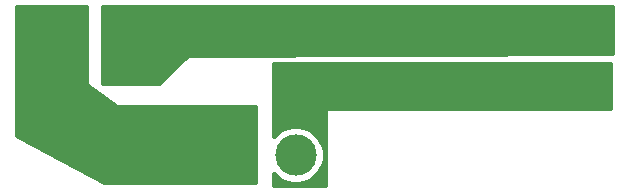
<source format=gbr>
%TF.GenerationSoftware,KiCad,Pcbnew,(5.1.6)-1*%
%TF.CreationDate,2021-12-15T21:29:54+00:00*%
%TF.ProjectId,elegoo_mars_heater,656c6567-6f6f-45f6-9d61-72735f686561,rev?*%
%TF.SameCoordinates,Original*%
%TF.FileFunction,Copper,L1,Top*%
%TF.FilePolarity,Positive*%
%FSLAX46Y46*%
G04 Gerber Fmt 4.6, Leading zero omitted, Abs format (unit mm)*
G04 Created by KiCad (PCBNEW (5.1.6)-1) date 2021-12-15 21:29:54*
%MOMM*%
%LPD*%
G01*
G04 APERTURE LIST*
%TA.AperFunction,ComponentPad*%
%ADD10C,3.500120*%
%TD*%
%TA.AperFunction,ComponentPad*%
%ADD11C,4.800000*%
%TD*%
%TA.AperFunction,ComponentPad*%
%ADD12R,4.800000X4.800000*%
%TD*%
%TA.AperFunction,ComponentPad*%
%ADD13C,1.650000*%
%TD*%
%TA.AperFunction,ComponentPad*%
%ADD14R,1.650000X1.650000*%
%TD*%
%TA.AperFunction,Conductor*%
%ADD15C,0.250000*%
%TD*%
%TA.AperFunction,Conductor*%
%ADD16C,0.254000*%
%TD*%
G04 APERTURE END LIST*
D10*
%TO.P,SW1,1*%
%TO.N,Net-(J1-Pad2)*%
X35420000Y-32000000D03*
X40500000Y-32000000D03*
%TD*%
D11*
%TO.P,J1,2*%
%TO.N,Net-(J1-Pad2)*%
X20400000Y-23588000D03*
D12*
%TO.P,J1,1*%
%TO.N,+12V*%
X26500000Y-23588000D03*
D11*
%TO.P,J1,3*%
%TO.N,Net-(J1-Pad2)*%
X22690000Y-28668000D03*
%TD*%
D13*
%TO.P,J2,20*%
%TO.N,+12V*%
X65740000Y-22588000D03*
%TO.P,J2,19*%
%TO.N,Net-(J2-Pad1)*%
X65740000Y-25128000D03*
%TO.P,J2,18*%
%TO.N,+12V*%
X63200000Y-22588000D03*
%TO.P,J2,17*%
%TO.N,Net-(J2-Pad1)*%
X63200000Y-25128000D03*
%TO.P,J2,16*%
%TO.N,+12V*%
X60660000Y-22588000D03*
%TO.P,J2,15*%
%TO.N,Net-(J2-Pad1)*%
X60660000Y-25128000D03*
%TO.P,J2,14*%
%TO.N,+12V*%
X58120000Y-22588000D03*
%TO.P,J2,13*%
%TO.N,Net-(J2-Pad1)*%
X58120000Y-25128000D03*
%TO.P,J2,12*%
%TO.N,+12V*%
X55580000Y-22588000D03*
%TO.P,J2,11*%
%TO.N,Net-(J2-Pad1)*%
X55580000Y-25128000D03*
%TO.P,J2,10*%
%TO.N,+12V*%
X53040000Y-22588000D03*
%TO.P,J2,9*%
%TO.N,Net-(J2-Pad1)*%
X53040000Y-25128000D03*
%TO.P,J2,8*%
%TO.N,+12V*%
X50500000Y-22588000D03*
%TO.P,J2,7*%
%TO.N,Net-(J2-Pad1)*%
X50500000Y-25128000D03*
%TO.P,J2,6*%
%TO.N,+12V*%
X47960000Y-22588000D03*
%TO.P,J2,5*%
%TO.N,Net-(J2-Pad1)*%
X47960000Y-25128000D03*
%TO.P,J2,4*%
%TO.N,+12V*%
X45420000Y-22588000D03*
%TO.P,J2,3*%
%TO.N,Net-(J2-Pad1)*%
X45420000Y-25128000D03*
%TO.P,J2,2*%
%TO.N,+12V*%
X42880000Y-22588000D03*
D14*
%TO.P,J2,1*%
%TO.N,Net-(J2-Pad1)*%
X42880000Y-25128000D03*
%TD*%
D15*
%TO.N,+12V*%
X26500000Y-22588000D02*
X27000000Y-23088000D01*
X26500000Y-23588000D02*
X26500000Y-22588000D01*
%TD*%
D16*
%TO.N,Net-(J1-Pad2)*%
G36*
X22873000Y-26000000D02*
G01*
X22875440Y-26024776D01*
X22882667Y-26048601D01*
X22894403Y-26070557D01*
X22910197Y-26089803D01*
X22927170Y-26104042D01*
X25427170Y-27854042D01*
X25448867Y-27866252D01*
X25472529Y-27873993D01*
X25500000Y-27877000D01*
X37123000Y-27877000D01*
X37123000Y-34373000D01*
X24281751Y-34373000D01*
X16877000Y-30423800D01*
X16877000Y-19377000D01*
X22873000Y-19377000D01*
X22873000Y-26000000D01*
G37*
X22873000Y-26000000D02*
X22875440Y-26024776D01*
X22882667Y-26048601D01*
X22894403Y-26070557D01*
X22910197Y-26089803D01*
X22927170Y-26104042D01*
X25427170Y-27854042D01*
X25448867Y-27866252D01*
X25472529Y-27873993D01*
X25500000Y-27877000D01*
X37123000Y-27877000D01*
X37123000Y-34373000D01*
X24281751Y-34373000D01*
X16877000Y-30423800D01*
X16877000Y-19377000D01*
X22873000Y-19377000D01*
X22873000Y-26000000D01*
%TO.N,Net-(J2-Pad1)*%
G36*
X67183000Y-28123000D02*
G01*
X43249500Y-28123000D01*
X43224724Y-28125440D01*
X43200899Y-28132667D01*
X43178943Y-28144403D01*
X43159697Y-28160197D01*
X43143903Y-28179443D01*
X43132167Y-28201399D01*
X43124940Y-28225224D01*
X43122500Y-28250020D01*
X43123480Y-34623000D01*
X38627988Y-34623000D01*
X38627881Y-33491171D01*
X38647403Y-33520387D01*
X38979613Y-33852597D01*
X39370251Y-34113613D01*
X39804304Y-34293403D01*
X40265092Y-34385060D01*
X40734908Y-34385060D01*
X41195696Y-34293403D01*
X41629749Y-34113613D01*
X42020387Y-33852597D01*
X42352597Y-33520387D01*
X42613613Y-33129749D01*
X42793403Y-32695696D01*
X42885060Y-32234908D01*
X42885060Y-31765092D01*
X42793403Y-31304304D01*
X42613613Y-30870251D01*
X42352597Y-30479613D01*
X42020387Y-30147403D01*
X41629749Y-29886387D01*
X41195696Y-29706597D01*
X40734908Y-29614940D01*
X40265092Y-29614940D01*
X39804304Y-29706597D01*
X39370251Y-29886387D01*
X38979613Y-30147403D01*
X38647403Y-30479613D01*
X38627601Y-30509249D01*
X38627012Y-24257000D01*
X67183000Y-24257000D01*
X67183000Y-28123000D01*
G37*
X67183000Y-28123000D02*
X43249500Y-28123000D01*
X43224724Y-28125440D01*
X43200899Y-28132667D01*
X43178943Y-28144403D01*
X43159697Y-28160197D01*
X43143903Y-28179443D01*
X43132167Y-28201399D01*
X43124940Y-28225224D01*
X43122500Y-28250020D01*
X43123480Y-34623000D01*
X38627988Y-34623000D01*
X38627881Y-33491171D01*
X38647403Y-33520387D01*
X38979613Y-33852597D01*
X39370251Y-34113613D01*
X39804304Y-34293403D01*
X40265092Y-34385060D01*
X40734908Y-34385060D01*
X41195696Y-34293403D01*
X41629749Y-34113613D01*
X42020387Y-33852597D01*
X42352597Y-33520387D01*
X42613613Y-33129749D01*
X42793403Y-32695696D01*
X42885060Y-32234908D01*
X42885060Y-31765092D01*
X42793403Y-31304304D01*
X42613613Y-30870251D01*
X42352597Y-30479613D01*
X42020387Y-30147403D01*
X41629749Y-29886387D01*
X41195696Y-29706597D01*
X40734908Y-29614940D01*
X40265092Y-29614940D01*
X39804304Y-29706597D01*
X39370251Y-29886387D01*
X38979613Y-30147403D01*
X38647403Y-30479613D01*
X38627601Y-30509249D01*
X38627012Y-24257000D01*
X67183000Y-24257000D01*
X67183000Y-28123000D01*
%TO.N,+12V*%
G36*
X67373000Y-23461570D02*
G01*
X31499429Y-23623001D01*
X31474663Y-23625553D01*
X31450872Y-23632887D01*
X31428968Y-23644722D01*
X31413253Y-23657242D01*
X28949868Y-25961000D01*
X24127000Y-25961000D01*
X24127000Y-19377000D01*
X67373000Y-19377000D01*
X67373000Y-23461570D01*
G37*
X67373000Y-23461570D02*
X31499429Y-23623001D01*
X31474663Y-23625553D01*
X31450872Y-23632887D01*
X31428968Y-23644722D01*
X31413253Y-23657242D01*
X28949868Y-25961000D01*
X24127000Y-25961000D01*
X24127000Y-19377000D01*
X67373000Y-19377000D01*
X67373000Y-23461570D01*
%TD*%
M02*

</source>
